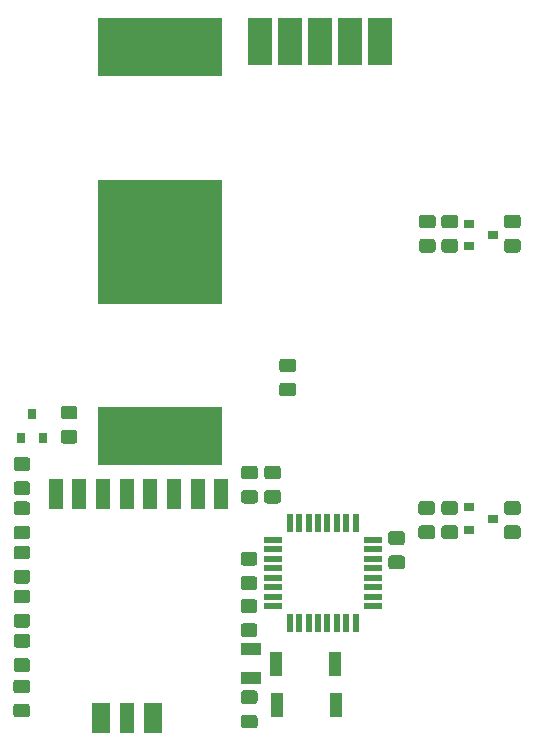
<source format=gtp>
G04 #@! TF.GenerationSoftware,KiCad,Pcbnew,(5.1.5)-3*
G04 #@! TF.CreationDate,2020-04-01T21:27:10+02:00*
G04 #@! TF.ProjectId,RHS_3,5248535f-332e-46b6-9963-61645f706362,rev?*
G04 #@! TF.SameCoordinates,Original*
G04 #@! TF.FileFunction,Paste,Top*
G04 #@! TF.FilePolarity,Positive*
%FSLAX46Y46*%
G04 Gerber Fmt 4.6, Leading zero omitted, Abs format (unit mm)*
G04 Created by KiCad (PCBNEW (5.1.5)-3) date 2020-04-01 21:27:10*
%MOMM*%
%LPD*%
G04 APERTURE LIST*
%ADD10R,10.500000X5.000000*%
%ADD11R,10.500000X10.500000*%
%ADD12C,0.100000*%
%ADD13R,1.600000X0.550000*%
%ADD14R,0.550000X1.600000*%
%ADD15R,1.500000X2.524000*%
%ADD16R,1.200000X2.524000*%
%ADD17R,0.900000X0.800000*%
%ADD18R,0.800000X0.900000*%
%ADD19R,1.000000X2.000000*%
%ADD20R,1.800000X1.000000*%
G04 APERTURE END LIST*
D10*
X72800000Y-105050000D03*
X72800000Y-72050000D03*
D11*
X72800000Y-88550000D03*
D12*
G36*
X61599505Y-106801204D02*
G01*
X61623773Y-106804804D01*
X61647572Y-106810765D01*
X61670671Y-106819030D01*
X61692850Y-106829520D01*
X61713893Y-106842132D01*
X61733599Y-106856747D01*
X61751777Y-106873223D01*
X61768253Y-106891401D01*
X61782868Y-106911107D01*
X61795480Y-106932150D01*
X61805970Y-106954329D01*
X61814235Y-106977428D01*
X61820196Y-107001227D01*
X61823796Y-107025495D01*
X61825000Y-107049999D01*
X61825000Y-107700001D01*
X61823796Y-107724505D01*
X61820196Y-107748773D01*
X61814235Y-107772572D01*
X61805970Y-107795671D01*
X61795480Y-107817850D01*
X61782868Y-107838893D01*
X61768253Y-107858599D01*
X61751777Y-107876777D01*
X61733599Y-107893253D01*
X61713893Y-107907868D01*
X61692850Y-107920480D01*
X61670671Y-107930970D01*
X61647572Y-107939235D01*
X61623773Y-107945196D01*
X61599505Y-107948796D01*
X61575001Y-107950000D01*
X60674999Y-107950000D01*
X60650495Y-107948796D01*
X60626227Y-107945196D01*
X60602428Y-107939235D01*
X60579329Y-107930970D01*
X60557150Y-107920480D01*
X60536107Y-107907868D01*
X60516401Y-107893253D01*
X60498223Y-107876777D01*
X60481747Y-107858599D01*
X60467132Y-107838893D01*
X60454520Y-107817850D01*
X60444030Y-107795671D01*
X60435765Y-107772572D01*
X60429804Y-107748773D01*
X60426204Y-107724505D01*
X60425000Y-107700001D01*
X60425000Y-107049999D01*
X60426204Y-107025495D01*
X60429804Y-107001227D01*
X60435765Y-106977428D01*
X60444030Y-106954329D01*
X60454520Y-106932150D01*
X60467132Y-106911107D01*
X60481747Y-106891401D01*
X60498223Y-106873223D01*
X60516401Y-106856747D01*
X60536107Y-106842132D01*
X60557150Y-106829520D01*
X60579329Y-106819030D01*
X60602428Y-106810765D01*
X60626227Y-106804804D01*
X60650495Y-106801204D01*
X60674999Y-106800000D01*
X61575001Y-106800000D01*
X61599505Y-106801204D01*
G37*
G36*
X61599505Y-108851204D02*
G01*
X61623773Y-108854804D01*
X61647572Y-108860765D01*
X61670671Y-108869030D01*
X61692850Y-108879520D01*
X61713893Y-108892132D01*
X61733599Y-108906747D01*
X61751777Y-108923223D01*
X61768253Y-108941401D01*
X61782868Y-108961107D01*
X61795480Y-108982150D01*
X61805970Y-109004329D01*
X61814235Y-109027428D01*
X61820196Y-109051227D01*
X61823796Y-109075495D01*
X61825000Y-109099999D01*
X61825000Y-109750001D01*
X61823796Y-109774505D01*
X61820196Y-109798773D01*
X61814235Y-109822572D01*
X61805970Y-109845671D01*
X61795480Y-109867850D01*
X61782868Y-109888893D01*
X61768253Y-109908599D01*
X61751777Y-109926777D01*
X61733599Y-109943253D01*
X61713893Y-109957868D01*
X61692850Y-109970480D01*
X61670671Y-109980970D01*
X61647572Y-109989235D01*
X61623773Y-109995196D01*
X61599505Y-109998796D01*
X61575001Y-110000000D01*
X60674999Y-110000000D01*
X60650495Y-109998796D01*
X60626227Y-109995196D01*
X60602428Y-109989235D01*
X60579329Y-109980970D01*
X60557150Y-109970480D01*
X60536107Y-109957868D01*
X60516401Y-109943253D01*
X60498223Y-109926777D01*
X60481747Y-109908599D01*
X60467132Y-109888893D01*
X60454520Y-109867850D01*
X60444030Y-109845671D01*
X60435765Y-109822572D01*
X60429804Y-109798773D01*
X60426204Y-109774505D01*
X60425000Y-109750001D01*
X60425000Y-109099999D01*
X60426204Y-109075495D01*
X60429804Y-109051227D01*
X60435765Y-109027428D01*
X60444030Y-109004329D01*
X60454520Y-108982150D01*
X60467132Y-108961107D01*
X60481747Y-108941401D01*
X60498223Y-108923223D01*
X60516401Y-108906747D01*
X60536107Y-108892132D01*
X60557150Y-108879520D01*
X60579329Y-108869030D01*
X60602428Y-108860765D01*
X60626227Y-108854804D01*
X60650495Y-108851204D01*
X60674999Y-108850000D01*
X61575001Y-108850000D01*
X61599505Y-108851204D01*
G37*
G36*
X61599505Y-110551204D02*
G01*
X61623773Y-110554804D01*
X61647572Y-110560765D01*
X61670671Y-110569030D01*
X61692850Y-110579520D01*
X61713893Y-110592132D01*
X61733599Y-110606747D01*
X61751777Y-110623223D01*
X61768253Y-110641401D01*
X61782868Y-110661107D01*
X61795480Y-110682150D01*
X61805970Y-110704329D01*
X61814235Y-110727428D01*
X61820196Y-110751227D01*
X61823796Y-110775495D01*
X61825000Y-110799999D01*
X61825000Y-111450001D01*
X61823796Y-111474505D01*
X61820196Y-111498773D01*
X61814235Y-111522572D01*
X61805970Y-111545671D01*
X61795480Y-111567850D01*
X61782868Y-111588893D01*
X61768253Y-111608599D01*
X61751777Y-111626777D01*
X61733599Y-111643253D01*
X61713893Y-111657868D01*
X61692850Y-111670480D01*
X61670671Y-111680970D01*
X61647572Y-111689235D01*
X61623773Y-111695196D01*
X61599505Y-111698796D01*
X61575001Y-111700000D01*
X60674999Y-111700000D01*
X60650495Y-111698796D01*
X60626227Y-111695196D01*
X60602428Y-111689235D01*
X60579329Y-111680970D01*
X60557150Y-111670480D01*
X60536107Y-111657868D01*
X60516401Y-111643253D01*
X60498223Y-111626777D01*
X60481747Y-111608599D01*
X60467132Y-111588893D01*
X60454520Y-111567850D01*
X60444030Y-111545671D01*
X60435765Y-111522572D01*
X60429804Y-111498773D01*
X60426204Y-111474505D01*
X60425000Y-111450001D01*
X60425000Y-110799999D01*
X60426204Y-110775495D01*
X60429804Y-110751227D01*
X60435765Y-110727428D01*
X60444030Y-110704329D01*
X60454520Y-110682150D01*
X60467132Y-110661107D01*
X60481747Y-110641401D01*
X60498223Y-110623223D01*
X60516401Y-110606747D01*
X60536107Y-110592132D01*
X60557150Y-110579520D01*
X60579329Y-110569030D01*
X60602428Y-110560765D01*
X60626227Y-110554804D01*
X60650495Y-110551204D01*
X60674999Y-110550000D01*
X61575001Y-110550000D01*
X61599505Y-110551204D01*
G37*
G36*
X61599505Y-112601204D02*
G01*
X61623773Y-112604804D01*
X61647572Y-112610765D01*
X61670671Y-112619030D01*
X61692850Y-112629520D01*
X61713893Y-112642132D01*
X61733599Y-112656747D01*
X61751777Y-112673223D01*
X61768253Y-112691401D01*
X61782868Y-112711107D01*
X61795480Y-112732150D01*
X61805970Y-112754329D01*
X61814235Y-112777428D01*
X61820196Y-112801227D01*
X61823796Y-112825495D01*
X61825000Y-112849999D01*
X61825000Y-113500001D01*
X61823796Y-113524505D01*
X61820196Y-113548773D01*
X61814235Y-113572572D01*
X61805970Y-113595671D01*
X61795480Y-113617850D01*
X61782868Y-113638893D01*
X61768253Y-113658599D01*
X61751777Y-113676777D01*
X61733599Y-113693253D01*
X61713893Y-113707868D01*
X61692850Y-113720480D01*
X61670671Y-113730970D01*
X61647572Y-113739235D01*
X61623773Y-113745196D01*
X61599505Y-113748796D01*
X61575001Y-113750000D01*
X60674999Y-113750000D01*
X60650495Y-113748796D01*
X60626227Y-113745196D01*
X60602428Y-113739235D01*
X60579329Y-113730970D01*
X60557150Y-113720480D01*
X60536107Y-113707868D01*
X60516401Y-113693253D01*
X60498223Y-113676777D01*
X60481747Y-113658599D01*
X60467132Y-113638893D01*
X60454520Y-113617850D01*
X60444030Y-113595671D01*
X60435765Y-113572572D01*
X60429804Y-113548773D01*
X60426204Y-113524505D01*
X60425000Y-113500001D01*
X60425000Y-112849999D01*
X60426204Y-112825495D01*
X60429804Y-112801227D01*
X60435765Y-112777428D01*
X60444030Y-112754329D01*
X60454520Y-112732150D01*
X60467132Y-112711107D01*
X60481747Y-112691401D01*
X60498223Y-112673223D01*
X60516401Y-112656747D01*
X60536107Y-112642132D01*
X60557150Y-112629520D01*
X60579329Y-112619030D01*
X60602428Y-112610765D01*
X60626227Y-112604804D01*
X60650495Y-112601204D01*
X60674999Y-112600000D01*
X61575001Y-112600000D01*
X61599505Y-112601204D01*
G37*
D13*
X82350000Y-113800000D03*
X82350000Y-114600000D03*
X82350000Y-115400000D03*
X82350000Y-116200000D03*
X82350000Y-117000000D03*
X82350000Y-117800000D03*
X82350000Y-118600000D03*
X82350000Y-119400000D03*
D14*
X83800000Y-120850000D03*
X84600000Y-120850000D03*
X85400000Y-120850000D03*
X86200000Y-120850000D03*
X87000000Y-120850000D03*
X87800000Y-120850000D03*
X88600000Y-120850000D03*
X89400000Y-120850000D03*
D13*
X90850000Y-119400000D03*
X90850000Y-118600000D03*
X90850000Y-117800000D03*
X90850000Y-117000000D03*
X90850000Y-116200000D03*
X90850000Y-115400000D03*
X90850000Y-114600000D03*
X90850000Y-113800000D03*
D14*
X89400000Y-112350000D03*
X88600000Y-112350000D03*
X87800000Y-112350000D03*
X87000000Y-112350000D03*
X86200000Y-112350000D03*
X85400000Y-112350000D03*
X84600000Y-112350000D03*
X83800000Y-112350000D03*
D15*
X67800000Y-128900000D03*
X72200000Y-128900000D03*
D16*
X70000000Y-128900000D03*
X64000000Y-109900000D03*
X66000000Y-109900000D03*
X68000000Y-109900000D03*
X70000000Y-109900000D03*
X72000000Y-109900000D03*
X74000000Y-109900000D03*
X76000000Y-109900000D03*
X78000000Y-109900000D03*
D12*
G36*
X93324505Y-113076204D02*
G01*
X93348773Y-113079804D01*
X93372572Y-113085765D01*
X93395671Y-113094030D01*
X93417850Y-113104520D01*
X93438893Y-113117132D01*
X93458599Y-113131747D01*
X93476777Y-113148223D01*
X93493253Y-113166401D01*
X93507868Y-113186107D01*
X93520480Y-113207150D01*
X93530970Y-113229329D01*
X93539235Y-113252428D01*
X93545196Y-113276227D01*
X93548796Y-113300495D01*
X93550000Y-113324999D01*
X93550000Y-113975001D01*
X93548796Y-113999505D01*
X93545196Y-114023773D01*
X93539235Y-114047572D01*
X93530970Y-114070671D01*
X93520480Y-114092850D01*
X93507868Y-114113893D01*
X93493253Y-114133599D01*
X93476777Y-114151777D01*
X93458599Y-114168253D01*
X93438893Y-114182868D01*
X93417850Y-114195480D01*
X93395671Y-114205970D01*
X93372572Y-114214235D01*
X93348773Y-114220196D01*
X93324505Y-114223796D01*
X93300001Y-114225000D01*
X92399999Y-114225000D01*
X92375495Y-114223796D01*
X92351227Y-114220196D01*
X92327428Y-114214235D01*
X92304329Y-114205970D01*
X92282150Y-114195480D01*
X92261107Y-114182868D01*
X92241401Y-114168253D01*
X92223223Y-114151777D01*
X92206747Y-114133599D01*
X92192132Y-114113893D01*
X92179520Y-114092850D01*
X92169030Y-114070671D01*
X92160765Y-114047572D01*
X92154804Y-114023773D01*
X92151204Y-113999505D01*
X92150000Y-113975001D01*
X92150000Y-113324999D01*
X92151204Y-113300495D01*
X92154804Y-113276227D01*
X92160765Y-113252428D01*
X92169030Y-113229329D01*
X92179520Y-113207150D01*
X92192132Y-113186107D01*
X92206747Y-113166401D01*
X92223223Y-113148223D01*
X92241401Y-113131747D01*
X92261107Y-113117132D01*
X92282150Y-113104520D01*
X92304329Y-113094030D01*
X92327428Y-113085765D01*
X92351227Y-113079804D01*
X92375495Y-113076204D01*
X92399999Y-113075000D01*
X93300001Y-113075000D01*
X93324505Y-113076204D01*
G37*
G36*
X93324505Y-115126204D02*
G01*
X93348773Y-115129804D01*
X93372572Y-115135765D01*
X93395671Y-115144030D01*
X93417850Y-115154520D01*
X93438893Y-115167132D01*
X93458599Y-115181747D01*
X93476777Y-115198223D01*
X93493253Y-115216401D01*
X93507868Y-115236107D01*
X93520480Y-115257150D01*
X93530970Y-115279329D01*
X93539235Y-115302428D01*
X93545196Y-115326227D01*
X93548796Y-115350495D01*
X93550000Y-115374999D01*
X93550000Y-116025001D01*
X93548796Y-116049505D01*
X93545196Y-116073773D01*
X93539235Y-116097572D01*
X93530970Y-116120671D01*
X93520480Y-116142850D01*
X93507868Y-116163893D01*
X93493253Y-116183599D01*
X93476777Y-116201777D01*
X93458599Y-116218253D01*
X93438893Y-116232868D01*
X93417850Y-116245480D01*
X93395671Y-116255970D01*
X93372572Y-116264235D01*
X93348773Y-116270196D01*
X93324505Y-116273796D01*
X93300001Y-116275000D01*
X92399999Y-116275000D01*
X92375495Y-116273796D01*
X92351227Y-116270196D01*
X92327428Y-116264235D01*
X92304329Y-116255970D01*
X92282150Y-116245480D01*
X92261107Y-116232868D01*
X92241401Y-116218253D01*
X92223223Y-116201777D01*
X92206747Y-116183599D01*
X92192132Y-116163893D01*
X92179520Y-116142850D01*
X92169030Y-116120671D01*
X92160765Y-116097572D01*
X92154804Y-116073773D01*
X92151204Y-116049505D01*
X92150000Y-116025001D01*
X92150000Y-115374999D01*
X92151204Y-115350495D01*
X92154804Y-115326227D01*
X92160765Y-115302428D01*
X92169030Y-115279329D01*
X92179520Y-115257150D01*
X92192132Y-115236107D01*
X92206747Y-115216401D01*
X92223223Y-115198223D01*
X92241401Y-115181747D01*
X92261107Y-115167132D01*
X92282150Y-115154520D01*
X92304329Y-115144030D01*
X92327428Y-115135765D01*
X92351227Y-115129804D01*
X92375495Y-115126204D01*
X92399999Y-115125000D01*
X93300001Y-115125000D01*
X93324505Y-115126204D01*
G37*
G36*
X80824505Y-114826204D02*
G01*
X80848773Y-114829804D01*
X80872572Y-114835765D01*
X80895671Y-114844030D01*
X80917850Y-114854520D01*
X80938893Y-114867132D01*
X80958599Y-114881747D01*
X80976777Y-114898223D01*
X80993253Y-114916401D01*
X81007868Y-114936107D01*
X81020480Y-114957150D01*
X81030970Y-114979329D01*
X81039235Y-115002428D01*
X81045196Y-115026227D01*
X81048796Y-115050495D01*
X81050000Y-115074999D01*
X81050000Y-115725001D01*
X81048796Y-115749505D01*
X81045196Y-115773773D01*
X81039235Y-115797572D01*
X81030970Y-115820671D01*
X81020480Y-115842850D01*
X81007868Y-115863893D01*
X80993253Y-115883599D01*
X80976777Y-115901777D01*
X80958599Y-115918253D01*
X80938893Y-115932868D01*
X80917850Y-115945480D01*
X80895671Y-115955970D01*
X80872572Y-115964235D01*
X80848773Y-115970196D01*
X80824505Y-115973796D01*
X80800001Y-115975000D01*
X79899999Y-115975000D01*
X79875495Y-115973796D01*
X79851227Y-115970196D01*
X79827428Y-115964235D01*
X79804329Y-115955970D01*
X79782150Y-115945480D01*
X79761107Y-115932868D01*
X79741401Y-115918253D01*
X79723223Y-115901777D01*
X79706747Y-115883599D01*
X79692132Y-115863893D01*
X79679520Y-115842850D01*
X79669030Y-115820671D01*
X79660765Y-115797572D01*
X79654804Y-115773773D01*
X79651204Y-115749505D01*
X79650000Y-115725001D01*
X79650000Y-115074999D01*
X79651204Y-115050495D01*
X79654804Y-115026227D01*
X79660765Y-115002428D01*
X79669030Y-114979329D01*
X79679520Y-114957150D01*
X79692132Y-114936107D01*
X79706747Y-114916401D01*
X79723223Y-114898223D01*
X79741401Y-114881747D01*
X79761107Y-114867132D01*
X79782150Y-114854520D01*
X79804329Y-114844030D01*
X79827428Y-114835765D01*
X79851227Y-114829804D01*
X79875495Y-114826204D01*
X79899999Y-114825000D01*
X80800001Y-114825000D01*
X80824505Y-114826204D01*
G37*
G36*
X80824505Y-116876204D02*
G01*
X80848773Y-116879804D01*
X80872572Y-116885765D01*
X80895671Y-116894030D01*
X80917850Y-116904520D01*
X80938893Y-116917132D01*
X80958599Y-116931747D01*
X80976777Y-116948223D01*
X80993253Y-116966401D01*
X81007868Y-116986107D01*
X81020480Y-117007150D01*
X81030970Y-117029329D01*
X81039235Y-117052428D01*
X81045196Y-117076227D01*
X81048796Y-117100495D01*
X81050000Y-117124999D01*
X81050000Y-117775001D01*
X81048796Y-117799505D01*
X81045196Y-117823773D01*
X81039235Y-117847572D01*
X81030970Y-117870671D01*
X81020480Y-117892850D01*
X81007868Y-117913893D01*
X80993253Y-117933599D01*
X80976777Y-117951777D01*
X80958599Y-117968253D01*
X80938893Y-117982868D01*
X80917850Y-117995480D01*
X80895671Y-118005970D01*
X80872572Y-118014235D01*
X80848773Y-118020196D01*
X80824505Y-118023796D01*
X80800001Y-118025000D01*
X79899999Y-118025000D01*
X79875495Y-118023796D01*
X79851227Y-118020196D01*
X79827428Y-118014235D01*
X79804329Y-118005970D01*
X79782150Y-117995480D01*
X79761107Y-117982868D01*
X79741401Y-117968253D01*
X79723223Y-117951777D01*
X79706747Y-117933599D01*
X79692132Y-117913893D01*
X79679520Y-117892850D01*
X79669030Y-117870671D01*
X79660765Y-117847572D01*
X79654804Y-117823773D01*
X79651204Y-117799505D01*
X79650000Y-117775001D01*
X79650000Y-117124999D01*
X79651204Y-117100495D01*
X79654804Y-117076227D01*
X79660765Y-117052428D01*
X79669030Y-117029329D01*
X79679520Y-117007150D01*
X79692132Y-116986107D01*
X79706747Y-116966401D01*
X79723223Y-116948223D01*
X79741401Y-116931747D01*
X79761107Y-116917132D01*
X79782150Y-116904520D01*
X79804329Y-116894030D01*
X79827428Y-116885765D01*
X79851227Y-116879804D01*
X79875495Y-116876204D01*
X79899999Y-116875000D01*
X80800001Y-116875000D01*
X80824505Y-116876204D01*
G37*
G36*
X80874505Y-107526204D02*
G01*
X80898773Y-107529804D01*
X80922572Y-107535765D01*
X80945671Y-107544030D01*
X80967850Y-107554520D01*
X80988893Y-107567132D01*
X81008599Y-107581747D01*
X81026777Y-107598223D01*
X81043253Y-107616401D01*
X81057868Y-107636107D01*
X81070480Y-107657150D01*
X81080970Y-107679329D01*
X81089235Y-107702428D01*
X81095196Y-107726227D01*
X81098796Y-107750495D01*
X81100000Y-107774999D01*
X81100000Y-108425001D01*
X81098796Y-108449505D01*
X81095196Y-108473773D01*
X81089235Y-108497572D01*
X81080970Y-108520671D01*
X81070480Y-108542850D01*
X81057868Y-108563893D01*
X81043253Y-108583599D01*
X81026777Y-108601777D01*
X81008599Y-108618253D01*
X80988893Y-108632868D01*
X80967850Y-108645480D01*
X80945671Y-108655970D01*
X80922572Y-108664235D01*
X80898773Y-108670196D01*
X80874505Y-108673796D01*
X80850001Y-108675000D01*
X79949999Y-108675000D01*
X79925495Y-108673796D01*
X79901227Y-108670196D01*
X79877428Y-108664235D01*
X79854329Y-108655970D01*
X79832150Y-108645480D01*
X79811107Y-108632868D01*
X79791401Y-108618253D01*
X79773223Y-108601777D01*
X79756747Y-108583599D01*
X79742132Y-108563893D01*
X79729520Y-108542850D01*
X79719030Y-108520671D01*
X79710765Y-108497572D01*
X79704804Y-108473773D01*
X79701204Y-108449505D01*
X79700000Y-108425001D01*
X79700000Y-107774999D01*
X79701204Y-107750495D01*
X79704804Y-107726227D01*
X79710765Y-107702428D01*
X79719030Y-107679329D01*
X79729520Y-107657150D01*
X79742132Y-107636107D01*
X79756747Y-107616401D01*
X79773223Y-107598223D01*
X79791401Y-107581747D01*
X79811107Y-107567132D01*
X79832150Y-107554520D01*
X79854329Y-107544030D01*
X79877428Y-107535765D01*
X79901227Y-107529804D01*
X79925495Y-107526204D01*
X79949999Y-107525000D01*
X80850001Y-107525000D01*
X80874505Y-107526204D01*
G37*
G36*
X80874505Y-109576204D02*
G01*
X80898773Y-109579804D01*
X80922572Y-109585765D01*
X80945671Y-109594030D01*
X80967850Y-109604520D01*
X80988893Y-109617132D01*
X81008599Y-109631747D01*
X81026777Y-109648223D01*
X81043253Y-109666401D01*
X81057868Y-109686107D01*
X81070480Y-109707150D01*
X81080970Y-109729329D01*
X81089235Y-109752428D01*
X81095196Y-109776227D01*
X81098796Y-109800495D01*
X81100000Y-109824999D01*
X81100000Y-110475001D01*
X81098796Y-110499505D01*
X81095196Y-110523773D01*
X81089235Y-110547572D01*
X81080970Y-110570671D01*
X81070480Y-110592850D01*
X81057868Y-110613893D01*
X81043253Y-110633599D01*
X81026777Y-110651777D01*
X81008599Y-110668253D01*
X80988893Y-110682868D01*
X80967850Y-110695480D01*
X80945671Y-110705970D01*
X80922572Y-110714235D01*
X80898773Y-110720196D01*
X80874505Y-110723796D01*
X80850001Y-110725000D01*
X79949999Y-110725000D01*
X79925495Y-110723796D01*
X79901227Y-110720196D01*
X79877428Y-110714235D01*
X79854329Y-110705970D01*
X79832150Y-110695480D01*
X79811107Y-110682868D01*
X79791401Y-110668253D01*
X79773223Y-110651777D01*
X79756747Y-110633599D01*
X79742132Y-110613893D01*
X79729520Y-110592850D01*
X79719030Y-110570671D01*
X79710765Y-110547572D01*
X79704804Y-110523773D01*
X79701204Y-110499505D01*
X79700000Y-110475001D01*
X79700000Y-109824999D01*
X79701204Y-109800495D01*
X79704804Y-109776227D01*
X79710765Y-109752428D01*
X79719030Y-109729329D01*
X79729520Y-109707150D01*
X79742132Y-109686107D01*
X79756747Y-109666401D01*
X79773223Y-109648223D01*
X79791401Y-109631747D01*
X79811107Y-109617132D01*
X79832150Y-109604520D01*
X79854329Y-109594030D01*
X79877428Y-109585765D01*
X79901227Y-109579804D01*
X79925495Y-109576204D01*
X79949999Y-109575000D01*
X80850001Y-109575000D01*
X80874505Y-109576204D01*
G37*
G36*
X61599505Y-123826204D02*
G01*
X61623773Y-123829804D01*
X61647572Y-123835765D01*
X61670671Y-123844030D01*
X61692850Y-123854520D01*
X61713893Y-123867132D01*
X61733599Y-123881747D01*
X61751777Y-123898223D01*
X61768253Y-123916401D01*
X61782868Y-123936107D01*
X61795480Y-123957150D01*
X61805970Y-123979329D01*
X61814235Y-124002428D01*
X61820196Y-124026227D01*
X61823796Y-124050495D01*
X61825000Y-124074999D01*
X61825000Y-124725001D01*
X61823796Y-124749505D01*
X61820196Y-124773773D01*
X61814235Y-124797572D01*
X61805970Y-124820671D01*
X61795480Y-124842850D01*
X61782868Y-124863893D01*
X61768253Y-124883599D01*
X61751777Y-124901777D01*
X61733599Y-124918253D01*
X61713893Y-124932868D01*
X61692850Y-124945480D01*
X61670671Y-124955970D01*
X61647572Y-124964235D01*
X61623773Y-124970196D01*
X61599505Y-124973796D01*
X61575001Y-124975000D01*
X60674999Y-124975000D01*
X60650495Y-124973796D01*
X60626227Y-124970196D01*
X60602428Y-124964235D01*
X60579329Y-124955970D01*
X60557150Y-124945480D01*
X60536107Y-124932868D01*
X60516401Y-124918253D01*
X60498223Y-124901777D01*
X60481747Y-124883599D01*
X60467132Y-124863893D01*
X60454520Y-124842850D01*
X60444030Y-124820671D01*
X60435765Y-124797572D01*
X60429804Y-124773773D01*
X60426204Y-124749505D01*
X60425000Y-124725001D01*
X60425000Y-124074999D01*
X60426204Y-124050495D01*
X60429804Y-124026227D01*
X60435765Y-124002428D01*
X60444030Y-123979329D01*
X60454520Y-123957150D01*
X60467132Y-123936107D01*
X60481747Y-123916401D01*
X60498223Y-123898223D01*
X60516401Y-123881747D01*
X60536107Y-123867132D01*
X60557150Y-123854520D01*
X60579329Y-123844030D01*
X60602428Y-123835765D01*
X60626227Y-123829804D01*
X60650495Y-123826204D01*
X60674999Y-123825000D01*
X61575001Y-123825000D01*
X61599505Y-123826204D01*
G37*
G36*
X61599505Y-121776204D02*
G01*
X61623773Y-121779804D01*
X61647572Y-121785765D01*
X61670671Y-121794030D01*
X61692850Y-121804520D01*
X61713893Y-121817132D01*
X61733599Y-121831747D01*
X61751777Y-121848223D01*
X61768253Y-121866401D01*
X61782868Y-121886107D01*
X61795480Y-121907150D01*
X61805970Y-121929329D01*
X61814235Y-121952428D01*
X61820196Y-121976227D01*
X61823796Y-122000495D01*
X61825000Y-122024999D01*
X61825000Y-122675001D01*
X61823796Y-122699505D01*
X61820196Y-122723773D01*
X61814235Y-122747572D01*
X61805970Y-122770671D01*
X61795480Y-122792850D01*
X61782868Y-122813893D01*
X61768253Y-122833599D01*
X61751777Y-122851777D01*
X61733599Y-122868253D01*
X61713893Y-122882868D01*
X61692850Y-122895480D01*
X61670671Y-122905970D01*
X61647572Y-122914235D01*
X61623773Y-122920196D01*
X61599505Y-122923796D01*
X61575001Y-122925000D01*
X60674999Y-122925000D01*
X60650495Y-122923796D01*
X60626227Y-122920196D01*
X60602428Y-122914235D01*
X60579329Y-122905970D01*
X60557150Y-122895480D01*
X60536107Y-122882868D01*
X60516401Y-122868253D01*
X60498223Y-122851777D01*
X60481747Y-122833599D01*
X60467132Y-122813893D01*
X60454520Y-122792850D01*
X60444030Y-122770671D01*
X60435765Y-122747572D01*
X60429804Y-122723773D01*
X60426204Y-122699505D01*
X60425000Y-122675001D01*
X60425000Y-122024999D01*
X60426204Y-122000495D01*
X60429804Y-121976227D01*
X60435765Y-121952428D01*
X60444030Y-121929329D01*
X60454520Y-121907150D01*
X60467132Y-121886107D01*
X60481747Y-121866401D01*
X60498223Y-121848223D01*
X60516401Y-121831747D01*
X60536107Y-121817132D01*
X60557150Y-121804520D01*
X60579329Y-121794030D01*
X60602428Y-121785765D01*
X60626227Y-121779804D01*
X60650495Y-121776204D01*
X60674999Y-121775000D01*
X61575001Y-121775000D01*
X61599505Y-121776204D01*
G37*
G36*
X61574505Y-127676204D02*
G01*
X61598773Y-127679804D01*
X61622572Y-127685765D01*
X61645671Y-127694030D01*
X61667850Y-127704520D01*
X61688893Y-127717132D01*
X61708599Y-127731747D01*
X61726777Y-127748223D01*
X61743253Y-127766401D01*
X61757868Y-127786107D01*
X61770480Y-127807150D01*
X61780970Y-127829329D01*
X61789235Y-127852428D01*
X61795196Y-127876227D01*
X61798796Y-127900495D01*
X61800000Y-127924999D01*
X61800000Y-128575001D01*
X61798796Y-128599505D01*
X61795196Y-128623773D01*
X61789235Y-128647572D01*
X61780970Y-128670671D01*
X61770480Y-128692850D01*
X61757868Y-128713893D01*
X61743253Y-128733599D01*
X61726777Y-128751777D01*
X61708599Y-128768253D01*
X61688893Y-128782868D01*
X61667850Y-128795480D01*
X61645671Y-128805970D01*
X61622572Y-128814235D01*
X61598773Y-128820196D01*
X61574505Y-128823796D01*
X61550001Y-128825000D01*
X60649999Y-128825000D01*
X60625495Y-128823796D01*
X60601227Y-128820196D01*
X60577428Y-128814235D01*
X60554329Y-128805970D01*
X60532150Y-128795480D01*
X60511107Y-128782868D01*
X60491401Y-128768253D01*
X60473223Y-128751777D01*
X60456747Y-128733599D01*
X60442132Y-128713893D01*
X60429520Y-128692850D01*
X60419030Y-128670671D01*
X60410765Y-128647572D01*
X60404804Y-128623773D01*
X60401204Y-128599505D01*
X60400000Y-128575001D01*
X60400000Y-127924999D01*
X60401204Y-127900495D01*
X60404804Y-127876227D01*
X60410765Y-127852428D01*
X60419030Y-127829329D01*
X60429520Y-127807150D01*
X60442132Y-127786107D01*
X60456747Y-127766401D01*
X60473223Y-127748223D01*
X60491401Y-127731747D01*
X60511107Y-127717132D01*
X60532150Y-127704520D01*
X60554329Y-127694030D01*
X60577428Y-127685765D01*
X60601227Y-127679804D01*
X60625495Y-127676204D01*
X60649999Y-127675000D01*
X61550001Y-127675000D01*
X61574505Y-127676204D01*
G37*
G36*
X61574505Y-125626204D02*
G01*
X61598773Y-125629804D01*
X61622572Y-125635765D01*
X61645671Y-125644030D01*
X61667850Y-125654520D01*
X61688893Y-125667132D01*
X61708599Y-125681747D01*
X61726777Y-125698223D01*
X61743253Y-125716401D01*
X61757868Y-125736107D01*
X61770480Y-125757150D01*
X61780970Y-125779329D01*
X61789235Y-125802428D01*
X61795196Y-125826227D01*
X61798796Y-125850495D01*
X61800000Y-125874999D01*
X61800000Y-126525001D01*
X61798796Y-126549505D01*
X61795196Y-126573773D01*
X61789235Y-126597572D01*
X61780970Y-126620671D01*
X61770480Y-126642850D01*
X61757868Y-126663893D01*
X61743253Y-126683599D01*
X61726777Y-126701777D01*
X61708599Y-126718253D01*
X61688893Y-126732868D01*
X61667850Y-126745480D01*
X61645671Y-126755970D01*
X61622572Y-126764235D01*
X61598773Y-126770196D01*
X61574505Y-126773796D01*
X61550001Y-126775000D01*
X60649999Y-126775000D01*
X60625495Y-126773796D01*
X60601227Y-126770196D01*
X60577428Y-126764235D01*
X60554329Y-126755970D01*
X60532150Y-126745480D01*
X60511107Y-126732868D01*
X60491401Y-126718253D01*
X60473223Y-126701777D01*
X60456747Y-126683599D01*
X60442132Y-126663893D01*
X60429520Y-126642850D01*
X60419030Y-126620671D01*
X60410765Y-126597572D01*
X60404804Y-126573773D01*
X60401204Y-126549505D01*
X60400000Y-126525001D01*
X60400000Y-125874999D01*
X60401204Y-125850495D01*
X60404804Y-125826227D01*
X60410765Y-125802428D01*
X60419030Y-125779329D01*
X60429520Y-125757150D01*
X60442132Y-125736107D01*
X60456747Y-125716401D01*
X60473223Y-125698223D01*
X60491401Y-125681747D01*
X60511107Y-125667132D01*
X60532150Y-125654520D01*
X60554329Y-125644030D01*
X60577428Y-125635765D01*
X60601227Y-125629804D01*
X60625495Y-125626204D01*
X60649999Y-125625000D01*
X61550001Y-125625000D01*
X61574505Y-125626204D01*
G37*
G36*
X92470000Y-69600000D02*
G01*
X92470000Y-73600000D01*
X90470000Y-73600000D01*
X90470000Y-69600000D01*
X92470000Y-69600000D01*
G37*
G36*
X89930000Y-69600000D02*
G01*
X89930000Y-73600000D01*
X87930000Y-73600000D01*
X87930000Y-69600000D01*
X89930000Y-69600000D01*
G37*
G36*
X87390000Y-69600000D02*
G01*
X87390000Y-73600000D01*
X85390000Y-73600000D01*
X85390000Y-69600000D01*
X87390000Y-69600000D01*
G37*
G36*
X84850000Y-69600000D02*
G01*
X84850000Y-73600000D01*
X82850000Y-73600000D01*
X82850000Y-69600000D01*
X84850000Y-69600000D01*
G37*
G36*
X82310000Y-69600000D02*
G01*
X82310000Y-73600000D01*
X80310000Y-73600000D01*
X80310000Y-69600000D01*
X82310000Y-69600000D01*
G37*
G36*
X82824505Y-107526204D02*
G01*
X82848773Y-107529804D01*
X82872572Y-107535765D01*
X82895671Y-107544030D01*
X82917850Y-107554520D01*
X82938893Y-107567132D01*
X82958599Y-107581747D01*
X82976777Y-107598223D01*
X82993253Y-107616401D01*
X83007868Y-107636107D01*
X83020480Y-107657150D01*
X83030970Y-107679329D01*
X83039235Y-107702428D01*
X83045196Y-107726227D01*
X83048796Y-107750495D01*
X83050000Y-107774999D01*
X83050000Y-108425001D01*
X83048796Y-108449505D01*
X83045196Y-108473773D01*
X83039235Y-108497572D01*
X83030970Y-108520671D01*
X83020480Y-108542850D01*
X83007868Y-108563893D01*
X82993253Y-108583599D01*
X82976777Y-108601777D01*
X82958599Y-108618253D01*
X82938893Y-108632868D01*
X82917850Y-108645480D01*
X82895671Y-108655970D01*
X82872572Y-108664235D01*
X82848773Y-108670196D01*
X82824505Y-108673796D01*
X82800001Y-108675000D01*
X81899999Y-108675000D01*
X81875495Y-108673796D01*
X81851227Y-108670196D01*
X81827428Y-108664235D01*
X81804329Y-108655970D01*
X81782150Y-108645480D01*
X81761107Y-108632868D01*
X81741401Y-108618253D01*
X81723223Y-108601777D01*
X81706747Y-108583599D01*
X81692132Y-108563893D01*
X81679520Y-108542850D01*
X81669030Y-108520671D01*
X81660765Y-108497572D01*
X81654804Y-108473773D01*
X81651204Y-108449505D01*
X81650000Y-108425001D01*
X81650000Y-107774999D01*
X81651204Y-107750495D01*
X81654804Y-107726227D01*
X81660765Y-107702428D01*
X81669030Y-107679329D01*
X81679520Y-107657150D01*
X81692132Y-107636107D01*
X81706747Y-107616401D01*
X81723223Y-107598223D01*
X81741401Y-107581747D01*
X81761107Y-107567132D01*
X81782150Y-107554520D01*
X81804329Y-107544030D01*
X81827428Y-107535765D01*
X81851227Y-107529804D01*
X81875495Y-107526204D01*
X81899999Y-107525000D01*
X82800001Y-107525000D01*
X82824505Y-107526204D01*
G37*
G36*
X82824505Y-109576204D02*
G01*
X82848773Y-109579804D01*
X82872572Y-109585765D01*
X82895671Y-109594030D01*
X82917850Y-109604520D01*
X82938893Y-109617132D01*
X82958599Y-109631747D01*
X82976777Y-109648223D01*
X82993253Y-109666401D01*
X83007868Y-109686107D01*
X83020480Y-109707150D01*
X83030970Y-109729329D01*
X83039235Y-109752428D01*
X83045196Y-109776227D01*
X83048796Y-109800495D01*
X83050000Y-109824999D01*
X83050000Y-110475001D01*
X83048796Y-110499505D01*
X83045196Y-110523773D01*
X83039235Y-110547572D01*
X83030970Y-110570671D01*
X83020480Y-110592850D01*
X83007868Y-110613893D01*
X82993253Y-110633599D01*
X82976777Y-110651777D01*
X82958599Y-110668253D01*
X82938893Y-110682868D01*
X82917850Y-110695480D01*
X82895671Y-110705970D01*
X82872572Y-110714235D01*
X82848773Y-110720196D01*
X82824505Y-110723796D01*
X82800001Y-110725000D01*
X81899999Y-110725000D01*
X81875495Y-110723796D01*
X81851227Y-110720196D01*
X81827428Y-110714235D01*
X81804329Y-110705970D01*
X81782150Y-110695480D01*
X81761107Y-110682868D01*
X81741401Y-110668253D01*
X81723223Y-110651777D01*
X81706747Y-110633599D01*
X81692132Y-110613893D01*
X81679520Y-110592850D01*
X81669030Y-110570671D01*
X81660765Y-110547572D01*
X81654804Y-110523773D01*
X81651204Y-110499505D01*
X81650000Y-110475001D01*
X81650000Y-109824999D01*
X81651204Y-109800495D01*
X81654804Y-109776227D01*
X81660765Y-109752428D01*
X81669030Y-109729329D01*
X81679520Y-109707150D01*
X81692132Y-109686107D01*
X81706747Y-109666401D01*
X81723223Y-109648223D01*
X81741401Y-109631747D01*
X81761107Y-109617132D01*
X81782150Y-109604520D01*
X81804329Y-109594030D01*
X81827428Y-109585765D01*
X81851227Y-109579804D01*
X81875495Y-109576204D01*
X81899999Y-109575000D01*
X82800001Y-109575000D01*
X82824505Y-109576204D01*
G37*
G36*
X61599505Y-116351204D02*
G01*
X61623773Y-116354804D01*
X61647572Y-116360765D01*
X61670671Y-116369030D01*
X61692850Y-116379520D01*
X61713893Y-116392132D01*
X61733599Y-116406747D01*
X61751777Y-116423223D01*
X61768253Y-116441401D01*
X61782868Y-116461107D01*
X61795480Y-116482150D01*
X61805970Y-116504329D01*
X61814235Y-116527428D01*
X61820196Y-116551227D01*
X61823796Y-116575495D01*
X61825000Y-116599999D01*
X61825000Y-117250001D01*
X61823796Y-117274505D01*
X61820196Y-117298773D01*
X61814235Y-117322572D01*
X61805970Y-117345671D01*
X61795480Y-117367850D01*
X61782868Y-117388893D01*
X61768253Y-117408599D01*
X61751777Y-117426777D01*
X61733599Y-117443253D01*
X61713893Y-117457868D01*
X61692850Y-117470480D01*
X61670671Y-117480970D01*
X61647572Y-117489235D01*
X61623773Y-117495196D01*
X61599505Y-117498796D01*
X61575001Y-117500000D01*
X60674999Y-117500000D01*
X60650495Y-117498796D01*
X60626227Y-117495196D01*
X60602428Y-117489235D01*
X60579329Y-117480970D01*
X60557150Y-117470480D01*
X60536107Y-117457868D01*
X60516401Y-117443253D01*
X60498223Y-117426777D01*
X60481747Y-117408599D01*
X60467132Y-117388893D01*
X60454520Y-117367850D01*
X60444030Y-117345671D01*
X60435765Y-117322572D01*
X60429804Y-117298773D01*
X60426204Y-117274505D01*
X60425000Y-117250001D01*
X60425000Y-116599999D01*
X60426204Y-116575495D01*
X60429804Y-116551227D01*
X60435765Y-116527428D01*
X60444030Y-116504329D01*
X60454520Y-116482150D01*
X60467132Y-116461107D01*
X60481747Y-116441401D01*
X60498223Y-116423223D01*
X60516401Y-116406747D01*
X60536107Y-116392132D01*
X60557150Y-116379520D01*
X60579329Y-116369030D01*
X60602428Y-116360765D01*
X60626227Y-116354804D01*
X60650495Y-116351204D01*
X60674999Y-116350000D01*
X61575001Y-116350000D01*
X61599505Y-116351204D01*
G37*
G36*
X61599505Y-114301204D02*
G01*
X61623773Y-114304804D01*
X61647572Y-114310765D01*
X61670671Y-114319030D01*
X61692850Y-114329520D01*
X61713893Y-114342132D01*
X61733599Y-114356747D01*
X61751777Y-114373223D01*
X61768253Y-114391401D01*
X61782868Y-114411107D01*
X61795480Y-114432150D01*
X61805970Y-114454329D01*
X61814235Y-114477428D01*
X61820196Y-114501227D01*
X61823796Y-114525495D01*
X61825000Y-114549999D01*
X61825000Y-115200001D01*
X61823796Y-115224505D01*
X61820196Y-115248773D01*
X61814235Y-115272572D01*
X61805970Y-115295671D01*
X61795480Y-115317850D01*
X61782868Y-115338893D01*
X61768253Y-115358599D01*
X61751777Y-115376777D01*
X61733599Y-115393253D01*
X61713893Y-115407868D01*
X61692850Y-115420480D01*
X61670671Y-115430970D01*
X61647572Y-115439235D01*
X61623773Y-115445196D01*
X61599505Y-115448796D01*
X61575001Y-115450000D01*
X60674999Y-115450000D01*
X60650495Y-115448796D01*
X60626227Y-115445196D01*
X60602428Y-115439235D01*
X60579329Y-115430970D01*
X60557150Y-115420480D01*
X60536107Y-115407868D01*
X60516401Y-115393253D01*
X60498223Y-115376777D01*
X60481747Y-115358599D01*
X60467132Y-115338893D01*
X60454520Y-115317850D01*
X60444030Y-115295671D01*
X60435765Y-115272572D01*
X60429804Y-115248773D01*
X60426204Y-115224505D01*
X60425000Y-115200001D01*
X60425000Y-114549999D01*
X60426204Y-114525495D01*
X60429804Y-114501227D01*
X60435765Y-114477428D01*
X60444030Y-114454329D01*
X60454520Y-114432150D01*
X60467132Y-114411107D01*
X60481747Y-114391401D01*
X60498223Y-114373223D01*
X60516401Y-114356747D01*
X60536107Y-114342132D01*
X60557150Y-114329520D01*
X60579329Y-114319030D01*
X60602428Y-114310765D01*
X60626227Y-114304804D01*
X60650495Y-114301204D01*
X60674999Y-114300000D01*
X61575001Y-114300000D01*
X61599505Y-114301204D01*
G37*
G36*
X61599505Y-118026204D02*
G01*
X61623773Y-118029804D01*
X61647572Y-118035765D01*
X61670671Y-118044030D01*
X61692850Y-118054520D01*
X61713893Y-118067132D01*
X61733599Y-118081747D01*
X61751777Y-118098223D01*
X61768253Y-118116401D01*
X61782868Y-118136107D01*
X61795480Y-118157150D01*
X61805970Y-118179329D01*
X61814235Y-118202428D01*
X61820196Y-118226227D01*
X61823796Y-118250495D01*
X61825000Y-118274999D01*
X61825000Y-118925001D01*
X61823796Y-118949505D01*
X61820196Y-118973773D01*
X61814235Y-118997572D01*
X61805970Y-119020671D01*
X61795480Y-119042850D01*
X61782868Y-119063893D01*
X61768253Y-119083599D01*
X61751777Y-119101777D01*
X61733599Y-119118253D01*
X61713893Y-119132868D01*
X61692850Y-119145480D01*
X61670671Y-119155970D01*
X61647572Y-119164235D01*
X61623773Y-119170196D01*
X61599505Y-119173796D01*
X61575001Y-119175000D01*
X60674999Y-119175000D01*
X60650495Y-119173796D01*
X60626227Y-119170196D01*
X60602428Y-119164235D01*
X60579329Y-119155970D01*
X60557150Y-119145480D01*
X60536107Y-119132868D01*
X60516401Y-119118253D01*
X60498223Y-119101777D01*
X60481747Y-119083599D01*
X60467132Y-119063893D01*
X60454520Y-119042850D01*
X60444030Y-119020671D01*
X60435765Y-118997572D01*
X60429804Y-118973773D01*
X60426204Y-118949505D01*
X60425000Y-118925001D01*
X60425000Y-118274999D01*
X60426204Y-118250495D01*
X60429804Y-118226227D01*
X60435765Y-118202428D01*
X60444030Y-118179329D01*
X60454520Y-118157150D01*
X60467132Y-118136107D01*
X60481747Y-118116401D01*
X60498223Y-118098223D01*
X60516401Y-118081747D01*
X60536107Y-118067132D01*
X60557150Y-118054520D01*
X60579329Y-118044030D01*
X60602428Y-118035765D01*
X60626227Y-118029804D01*
X60650495Y-118026204D01*
X60674999Y-118025000D01*
X61575001Y-118025000D01*
X61599505Y-118026204D01*
G37*
G36*
X61599505Y-120076204D02*
G01*
X61623773Y-120079804D01*
X61647572Y-120085765D01*
X61670671Y-120094030D01*
X61692850Y-120104520D01*
X61713893Y-120117132D01*
X61733599Y-120131747D01*
X61751777Y-120148223D01*
X61768253Y-120166401D01*
X61782868Y-120186107D01*
X61795480Y-120207150D01*
X61805970Y-120229329D01*
X61814235Y-120252428D01*
X61820196Y-120276227D01*
X61823796Y-120300495D01*
X61825000Y-120324999D01*
X61825000Y-120975001D01*
X61823796Y-120999505D01*
X61820196Y-121023773D01*
X61814235Y-121047572D01*
X61805970Y-121070671D01*
X61795480Y-121092850D01*
X61782868Y-121113893D01*
X61768253Y-121133599D01*
X61751777Y-121151777D01*
X61733599Y-121168253D01*
X61713893Y-121182868D01*
X61692850Y-121195480D01*
X61670671Y-121205970D01*
X61647572Y-121214235D01*
X61623773Y-121220196D01*
X61599505Y-121223796D01*
X61575001Y-121225000D01*
X60674999Y-121225000D01*
X60650495Y-121223796D01*
X60626227Y-121220196D01*
X60602428Y-121214235D01*
X60579329Y-121205970D01*
X60557150Y-121195480D01*
X60536107Y-121182868D01*
X60516401Y-121168253D01*
X60498223Y-121151777D01*
X60481747Y-121133599D01*
X60467132Y-121113893D01*
X60454520Y-121092850D01*
X60444030Y-121070671D01*
X60435765Y-121047572D01*
X60429804Y-121023773D01*
X60426204Y-120999505D01*
X60425000Y-120975001D01*
X60425000Y-120324999D01*
X60426204Y-120300495D01*
X60429804Y-120276227D01*
X60435765Y-120252428D01*
X60444030Y-120229329D01*
X60454520Y-120207150D01*
X60467132Y-120186107D01*
X60481747Y-120166401D01*
X60498223Y-120148223D01*
X60516401Y-120131747D01*
X60536107Y-120117132D01*
X60557150Y-120104520D01*
X60579329Y-120094030D01*
X60602428Y-120085765D01*
X60626227Y-120079804D01*
X60650495Y-120076204D01*
X60674999Y-120075000D01*
X61575001Y-120075000D01*
X61599505Y-120076204D01*
G37*
G36*
X97824505Y-88326204D02*
G01*
X97848773Y-88329804D01*
X97872572Y-88335765D01*
X97895671Y-88344030D01*
X97917850Y-88354520D01*
X97938893Y-88367132D01*
X97958599Y-88381747D01*
X97976777Y-88398223D01*
X97993253Y-88416401D01*
X98007868Y-88436107D01*
X98020480Y-88457150D01*
X98030970Y-88479329D01*
X98039235Y-88502428D01*
X98045196Y-88526227D01*
X98048796Y-88550495D01*
X98050000Y-88574999D01*
X98050000Y-89225001D01*
X98048796Y-89249505D01*
X98045196Y-89273773D01*
X98039235Y-89297572D01*
X98030970Y-89320671D01*
X98020480Y-89342850D01*
X98007868Y-89363893D01*
X97993253Y-89383599D01*
X97976777Y-89401777D01*
X97958599Y-89418253D01*
X97938893Y-89432868D01*
X97917850Y-89445480D01*
X97895671Y-89455970D01*
X97872572Y-89464235D01*
X97848773Y-89470196D01*
X97824505Y-89473796D01*
X97800001Y-89475000D01*
X96899999Y-89475000D01*
X96875495Y-89473796D01*
X96851227Y-89470196D01*
X96827428Y-89464235D01*
X96804329Y-89455970D01*
X96782150Y-89445480D01*
X96761107Y-89432868D01*
X96741401Y-89418253D01*
X96723223Y-89401777D01*
X96706747Y-89383599D01*
X96692132Y-89363893D01*
X96679520Y-89342850D01*
X96669030Y-89320671D01*
X96660765Y-89297572D01*
X96654804Y-89273773D01*
X96651204Y-89249505D01*
X96650000Y-89225001D01*
X96650000Y-88574999D01*
X96651204Y-88550495D01*
X96654804Y-88526227D01*
X96660765Y-88502428D01*
X96669030Y-88479329D01*
X96679520Y-88457150D01*
X96692132Y-88436107D01*
X96706747Y-88416401D01*
X96723223Y-88398223D01*
X96741401Y-88381747D01*
X96761107Y-88367132D01*
X96782150Y-88354520D01*
X96804329Y-88344030D01*
X96827428Y-88335765D01*
X96851227Y-88329804D01*
X96875495Y-88326204D01*
X96899999Y-88325000D01*
X97800001Y-88325000D01*
X97824505Y-88326204D01*
G37*
G36*
X97824505Y-86276204D02*
G01*
X97848773Y-86279804D01*
X97872572Y-86285765D01*
X97895671Y-86294030D01*
X97917850Y-86304520D01*
X97938893Y-86317132D01*
X97958599Y-86331747D01*
X97976777Y-86348223D01*
X97993253Y-86366401D01*
X98007868Y-86386107D01*
X98020480Y-86407150D01*
X98030970Y-86429329D01*
X98039235Y-86452428D01*
X98045196Y-86476227D01*
X98048796Y-86500495D01*
X98050000Y-86524999D01*
X98050000Y-87175001D01*
X98048796Y-87199505D01*
X98045196Y-87223773D01*
X98039235Y-87247572D01*
X98030970Y-87270671D01*
X98020480Y-87292850D01*
X98007868Y-87313893D01*
X97993253Y-87333599D01*
X97976777Y-87351777D01*
X97958599Y-87368253D01*
X97938893Y-87382868D01*
X97917850Y-87395480D01*
X97895671Y-87405970D01*
X97872572Y-87414235D01*
X97848773Y-87420196D01*
X97824505Y-87423796D01*
X97800001Y-87425000D01*
X96899999Y-87425000D01*
X96875495Y-87423796D01*
X96851227Y-87420196D01*
X96827428Y-87414235D01*
X96804329Y-87405970D01*
X96782150Y-87395480D01*
X96761107Y-87382868D01*
X96741401Y-87368253D01*
X96723223Y-87351777D01*
X96706747Y-87333599D01*
X96692132Y-87313893D01*
X96679520Y-87292850D01*
X96669030Y-87270671D01*
X96660765Y-87247572D01*
X96654804Y-87223773D01*
X96651204Y-87199505D01*
X96650000Y-87175001D01*
X96650000Y-86524999D01*
X96651204Y-86500495D01*
X96654804Y-86476227D01*
X96660765Y-86452428D01*
X96669030Y-86429329D01*
X96679520Y-86407150D01*
X96692132Y-86386107D01*
X96706747Y-86366401D01*
X96723223Y-86348223D01*
X96741401Y-86331747D01*
X96761107Y-86317132D01*
X96782150Y-86304520D01*
X96804329Y-86294030D01*
X96827428Y-86285765D01*
X96851227Y-86279804D01*
X96875495Y-86276204D01*
X96899999Y-86275000D01*
X97800001Y-86275000D01*
X97824505Y-86276204D01*
G37*
G36*
X97824505Y-110526204D02*
G01*
X97848773Y-110529804D01*
X97872572Y-110535765D01*
X97895671Y-110544030D01*
X97917850Y-110554520D01*
X97938893Y-110567132D01*
X97958599Y-110581747D01*
X97976777Y-110598223D01*
X97993253Y-110616401D01*
X98007868Y-110636107D01*
X98020480Y-110657150D01*
X98030970Y-110679329D01*
X98039235Y-110702428D01*
X98045196Y-110726227D01*
X98048796Y-110750495D01*
X98050000Y-110774999D01*
X98050000Y-111425001D01*
X98048796Y-111449505D01*
X98045196Y-111473773D01*
X98039235Y-111497572D01*
X98030970Y-111520671D01*
X98020480Y-111542850D01*
X98007868Y-111563893D01*
X97993253Y-111583599D01*
X97976777Y-111601777D01*
X97958599Y-111618253D01*
X97938893Y-111632868D01*
X97917850Y-111645480D01*
X97895671Y-111655970D01*
X97872572Y-111664235D01*
X97848773Y-111670196D01*
X97824505Y-111673796D01*
X97800001Y-111675000D01*
X96899999Y-111675000D01*
X96875495Y-111673796D01*
X96851227Y-111670196D01*
X96827428Y-111664235D01*
X96804329Y-111655970D01*
X96782150Y-111645480D01*
X96761107Y-111632868D01*
X96741401Y-111618253D01*
X96723223Y-111601777D01*
X96706747Y-111583599D01*
X96692132Y-111563893D01*
X96679520Y-111542850D01*
X96669030Y-111520671D01*
X96660765Y-111497572D01*
X96654804Y-111473773D01*
X96651204Y-111449505D01*
X96650000Y-111425001D01*
X96650000Y-110774999D01*
X96651204Y-110750495D01*
X96654804Y-110726227D01*
X96660765Y-110702428D01*
X96669030Y-110679329D01*
X96679520Y-110657150D01*
X96692132Y-110636107D01*
X96706747Y-110616401D01*
X96723223Y-110598223D01*
X96741401Y-110581747D01*
X96761107Y-110567132D01*
X96782150Y-110554520D01*
X96804329Y-110544030D01*
X96827428Y-110535765D01*
X96851227Y-110529804D01*
X96875495Y-110526204D01*
X96899999Y-110525000D01*
X97800001Y-110525000D01*
X97824505Y-110526204D01*
G37*
G36*
X97824505Y-112576204D02*
G01*
X97848773Y-112579804D01*
X97872572Y-112585765D01*
X97895671Y-112594030D01*
X97917850Y-112604520D01*
X97938893Y-112617132D01*
X97958599Y-112631747D01*
X97976777Y-112648223D01*
X97993253Y-112666401D01*
X98007868Y-112686107D01*
X98020480Y-112707150D01*
X98030970Y-112729329D01*
X98039235Y-112752428D01*
X98045196Y-112776227D01*
X98048796Y-112800495D01*
X98050000Y-112824999D01*
X98050000Y-113475001D01*
X98048796Y-113499505D01*
X98045196Y-113523773D01*
X98039235Y-113547572D01*
X98030970Y-113570671D01*
X98020480Y-113592850D01*
X98007868Y-113613893D01*
X97993253Y-113633599D01*
X97976777Y-113651777D01*
X97958599Y-113668253D01*
X97938893Y-113682868D01*
X97917850Y-113695480D01*
X97895671Y-113705970D01*
X97872572Y-113714235D01*
X97848773Y-113720196D01*
X97824505Y-113723796D01*
X97800001Y-113725000D01*
X96899999Y-113725000D01*
X96875495Y-113723796D01*
X96851227Y-113720196D01*
X96827428Y-113714235D01*
X96804329Y-113705970D01*
X96782150Y-113695480D01*
X96761107Y-113682868D01*
X96741401Y-113668253D01*
X96723223Y-113651777D01*
X96706747Y-113633599D01*
X96692132Y-113613893D01*
X96679520Y-113592850D01*
X96669030Y-113570671D01*
X96660765Y-113547572D01*
X96654804Y-113523773D01*
X96651204Y-113499505D01*
X96650000Y-113475001D01*
X96650000Y-112824999D01*
X96651204Y-112800495D01*
X96654804Y-112776227D01*
X96660765Y-112752428D01*
X96669030Y-112729329D01*
X96679520Y-112707150D01*
X96692132Y-112686107D01*
X96706747Y-112666401D01*
X96723223Y-112648223D01*
X96741401Y-112631747D01*
X96761107Y-112617132D01*
X96782150Y-112604520D01*
X96804329Y-112594030D01*
X96827428Y-112585765D01*
X96851227Y-112579804D01*
X96875495Y-112576204D01*
X96899999Y-112575000D01*
X97800001Y-112575000D01*
X97824505Y-112576204D01*
G37*
D17*
X99000000Y-87050000D03*
X99000000Y-88950000D03*
X101000000Y-88000000D03*
X99000000Y-111050000D03*
X99000000Y-112950000D03*
X101000000Y-112000000D03*
D18*
X61975000Y-103150000D03*
X62925000Y-105150000D03*
X61025000Y-105150000D03*
D12*
G36*
X103124505Y-88326204D02*
G01*
X103148773Y-88329804D01*
X103172572Y-88335765D01*
X103195671Y-88344030D01*
X103217850Y-88354520D01*
X103238893Y-88367132D01*
X103258599Y-88381747D01*
X103276777Y-88398223D01*
X103293253Y-88416401D01*
X103307868Y-88436107D01*
X103320480Y-88457150D01*
X103330970Y-88479329D01*
X103339235Y-88502428D01*
X103345196Y-88526227D01*
X103348796Y-88550495D01*
X103350000Y-88574999D01*
X103350000Y-89225001D01*
X103348796Y-89249505D01*
X103345196Y-89273773D01*
X103339235Y-89297572D01*
X103330970Y-89320671D01*
X103320480Y-89342850D01*
X103307868Y-89363893D01*
X103293253Y-89383599D01*
X103276777Y-89401777D01*
X103258599Y-89418253D01*
X103238893Y-89432868D01*
X103217850Y-89445480D01*
X103195671Y-89455970D01*
X103172572Y-89464235D01*
X103148773Y-89470196D01*
X103124505Y-89473796D01*
X103100001Y-89475000D01*
X102199999Y-89475000D01*
X102175495Y-89473796D01*
X102151227Y-89470196D01*
X102127428Y-89464235D01*
X102104329Y-89455970D01*
X102082150Y-89445480D01*
X102061107Y-89432868D01*
X102041401Y-89418253D01*
X102023223Y-89401777D01*
X102006747Y-89383599D01*
X101992132Y-89363893D01*
X101979520Y-89342850D01*
X101969030Y-89320671D01*
X101960765Y-89297572D01*
X101954804Y-89273773D01*
X101951204Y-89249505D01*
X101950000Y-89225001D01*
X101950000Y-88574999D01*
X101951204Y-88550495D01*
X101954804Y-88526227D01*
X101960765Y-88502428D01*
X101969030Y-88479329D01*
X101979520Y-88457150D01*
X101992132Y-88436107D01*
X102006747Y-88416401D01*
X102023223Y-88398223D01*
X102041401Y-88381747D01*
X102061107Y-88367132D01*
X102082150Y-88354520D01*
X102104329Y-88344030D01*
X102127428Y-88335765D01*
X102151227Y-88329804D01*
X102175495Y-88326204D01*
X102199999Y-88325000D01*
X103100001Y-88325000D01*
X103124505Y-88326204D01*
G37*
G36*
X103124505Y-86276204D02*
G01*
X103148773Y-86279804D01*
X103172572Y-86285765D01*
X103195671Y-86294030D01*
X103217850Y-86304520D01*
X103238893Y-86317132D01*
X103258599Y-86331747D01*
X103276777Y-86348223D01*
X103293253Y-86366401D01*
X103307868Y-86386107D01*
X103320480Y-86407150D01*
X103330970Y-86429329D01*
X103339235Y-86452428D01*
X103345196Y-86476227D01*
X103348796Y-86500495D01*
X103350000Y-86524999D01*
X103350000Y-87175001D01*
X103348796Y-87199505D01*
X103345196Y-87223773D01*
X103339235Y-87247572D01*
X103330970Y-87270671D01*
X103320480Y-87292850D01*
X103307868Y-87313893D01*
X103293253Y-87333599D01*
X103276777Y-87351777D01*
X103258599Y-87368253D01*
X103238893Y-87382868D01*
X103217850Y-87395480D01*
X103195671Y-87405970D01*
X103172572Y-87414235D01*
X103148773Y-87420196D01*
X103124505Y-87423796D01*
X103100001Y-87425000D01*
X102199999Y-87425000D01*
X102175495Y-87423796D01*
X102151227Y-87420196D01*
X102127428Y-87414235D01*
X102104329Y-87405970D01*
X102082150Y-87395480D01*
X102061107Y-87382868D01*
X102041401Y-87368253D01*
X102023223Y-87351777D01*
X102006747Y-87333599D01*
X101992132Y-87313893D01*
X101979520Y-87292850D01*
X101969030Y-87270671D01*
X101960765Y-87247572D01*
X101954804Y-87223773D01*
X101951204Y-87199505D01*
X101950000Y-87175001D01*
X101950000Y-86524999D01*
X101951204Y-86500495D01*
X101954804Y-86476227D01*
X101960765Y-86452428D01*
X101969030Y-86429329D01*
X101979520Y-86407150D01*
X101992132Y-86386107D01*
X102006747Y-86366401D01*
X102023223Y-86348223D01*
X102041401Y-86331747D01*
X102061107Y-86317132D01*
X102082150Y-86304520D01*
X102104329Y-86294030D01*
X102127428Y-86285765D01*
X102151227Y-86279804D01*
X102175495Y-86276204D01*
X102199999Y-86275000D01*
X103100001Y-86275000D01*
X103124505Y-86276204D01*
G37*
G36*
X103124505Y-110526204D02*
G01*
X103148773Y-110529804D01*
X103172572Y-110535765D01*
X103195671Y-110544030D01*
X103217850Y-110554520D01*
X103238893Y-110567132D01*
X103258599Y-110581747D01*
X103276777Y-110598223D01*
X103293253Y-110616401D01*
X103307868Y-110636107D01*
X103320480Y-110657150D01*
X103330970Y-110679329D01*
X103339235Y-110702428D01*
X103345196Y-110726227D01*
X103348796Y-110750495D01*
X103350000Y-110774999D01*
X103350000Y-111425001D01*
X103348796Y-111449505D01*
X103345196Y-111473773D01*
X103339235Y-111497572D01*
X103330970Y-111520671D01*
X103320480Y-111542850D01*
X103307868Y-111563893D01*
X103293253Y-111583599D01*
X103276777Y-111601777D01*
X103258599Y-111618253D01*
X103238893Y-111632868D01*
X103217850Y-111645480D01*
X103195671Y-111655970D01*
X103172572Y-111664235D01*
X103148773Y-111670196D01*
X103124505Y-111673796D01*
X103100001Y-111675000D01*
X102199999Y-111675000D01*
X102175495Y-111673796D01*
X102151227Y-111670196D01*
X102127428Y-111664235D01*
X102104329Y-111655970D01*
X102082150Y-111645480D01*
X102061107Y-111632868D01*
X102041401Y-111618253D01*
X102023223Y-111601777D01*
X102006747Y-111583599D01*
X101992132Y-111563893D01*
X101979520Y-111542850D01*
X101969030Y-111520671D01*
X101960765Y-111497572D01*
X101954804Y-111473773D01*
X101951204Y-111449505D01*
X101950000Y-111425001D01*
X101950000Y-110774999D01*
X101951204Y-110750495D01*
X101954804Y-110726227D01*
X101960765Y-110702428D01*
X101969030Y-110679329D01*
X101979520Y-110657150D01*
X101992132Y-110636107D01*
X102006747Y-110616401D01*
X102023223Y-110598223D01*
X102041401Y-110581747D01*
X102061107Y-110567132D01*
X102082150Y-110554520D01*
X102104329Y-110544030D01*
X102127428Y-110535765D01*
X102151227Y-110529804D01*
X102175495Y-110526204D01*
X102199999Y-110525000D01*
X103100001Y-110525000D01*
X103124505Y-110526204D01*
G37*
G36*
X103124505Y-112576204D02*
G01*
X103148773Y-112579804D01*
X103172572Y-112585765D01*
X103195671Y-112594030D01*
X103217850Y-112604520D01*
X103238893Y-112617132D01*
X103258599Y-112631747D01*
X103276777Y-112648223D01*
X103293253Y-112666401D01*
X103307868Y-112686107D01*
X103320480Y-112707150D01*
X103330970Y-112729329D01*
X103339235Y-112752428D01*
X103345196Y-112776227D01*
X103348796Y-112800495D01*
X103350000Y-112824999D01*
X103350000Y-113475001D01*
X103348796Y-113499505D01*
X103345196Y-113523773D01*
X103339235Y-113547572D01*
X103330970Y-113570671D01*
X103320480Y-113592850D01*
X103307868Y-113613893D01*
X103293253Y-113633599D01*
X103276777Y-113651777D01*
X103258599Y-113668253D01*
X103238893Y-113682868D01*
X103217850Y-113695480D01*
X103195671Y-113705970D01*
X103172572Y-113714235D01*
X103148773Y-113720196D01*
X103124505Y-113723796D01*
X103100001Y-113725000D01*
X102199999Y-113725000D01*
X102175495Y-113723796D01*
X102151227Y-113720196D01*
X102127428Y-113714235D01*
X102104329Y-113705970D01*
X102082150Y-113695480D01*
X102061107Y-113682868D01*
X102041401Y-113668253D01*
X102023223Y-113651777D01*
X102006747Y-113633599D01*
X101992132Y-113613893D01*
X101979520Y-113592850D01*
X101969030Y-113570671D01*
X101960765Y-113547572D01*
X101954804Y-113523773D01*
X101951204Y-113499505D01*
X101950000Y-113475001D01*
X101950000Y-112824999D01*
X101951204Y-112800495D01*
X101954804Y-112776227D01*
X101960765Y-112752428D01*
X101969030Y-112729329D01*
X101979520Y-112707150D01*
X101992132Y-112686107D01*
X102006747Y-112666401D01*
X102023223Y-112648223D01*
X102041401Y-112631747D01*
X102061107Y-112617132D01*
X102082150Y-112604520D01*
X102104329Y-112594030D01*
X102127428Y-112585765D01*
X102151227Y-112579804D01*
X102175495Y-112576204D01*
X102199999Y-112575000D01*
X103100001Y-112575000D01*
X103124505Y-112576204D01*
G37*
G36*
X65599505Y-104501204D02*
G01*
X65623773Y-104504804D01*
X65647572Y-104510765D01*
X65670671Y-104519030D01*
X65692850Y-104529520D01*
X65713893Y-104542132D01*
X65733599Y-104556747D01*
X65751777Y-104573223D01*
X65768253Y-104591401D01*
X65782868Y-104611107D01*
X65795480Y-104632150D01*
X65805970Y-104654329D01*
X65814235Y-104677428D01*
X65820196Y-104701227D01*
X65823796Y-104725495D01*
X65825000Y-104749999D01*
X65825000Y-105400001D01*
X65823796Y-105424505D01*
X65820196Y-105448773D01*
X65814235Y-105472572D01*
X65805970Y-105495671D01*
X65795480Y-105517850D01*
X65782868Y-105538893D01*
X65768253Y-105558599D01*
X65751777Y-105576777D01*
X65733599Y-105593253D01*
X65713893Y-105607868D01*
X65692850Y-105620480D01*
X65670671Y-105630970D01*
X65647572Y-105639235D01*
X65623773Y-105645196D01*
X65599505Y-105648796D01*
X65575001Y-105650000D01*
X64674999Y-105650000D01*
X64650495Y-105648796D01*
X64626227Y-105645196D01*
X64602428Y-105639235D01*
X64579329Y-105630970D01*
X64557150Y-105620480D01*
X64536107Y-105607868D01*
X64516401Y-105593253D01*
X64498223Y-105576777D01*
X64481747Y-105558599D01*
X64467132Y-105538893D01*
X64454520Y-105517850D01*
X64444030Y-105495671D01*
X64435765Y-105472572D01*
X64429804Y-105448773D01*
X64426204Y-105424505D01*
X64425000Y-105400001D01*
X64425000Y-104749999D01*
X64426204Y-104725495D01*
X64429804Y-104701227D01*
X64435765Y-104677428D01*
X64444030Y-104654329D01*
X64454520Y-104632150D01*
X64467132Y-104611107D01*
X64481747Y-104591401D01*
X64498223Y-104573223D01*
X64516401Y-104556747D01*
X64536107Y-104542132D01*
X64557150Y-104529520D01*
X64579329Y-104519030D01*
X64602428Y-104510765D01*
X64626227Y-104504804D01*
X64650495Y-104501204D01*
X64674999Y-104500000D01*
X65575001Y-104500000D01*
X65599505Y-104501204D01*
G37*
G36*
X65599505Y-102451204D02*
G01*
X65623773Y-102454804D01*
X65647572Y-102460765D01*
X65670671Y-102469030D01*
X65692850Y-102479520D01*
X65713893Y-102492132D01*
X65733599Y-102506747D01*
X65751777Y-102523223D01*
X65768253Y-102541401D01*
X65782868Y-102561107D01*
X65795480Y-102582150D01*
X65805970Y-102604329D01*
X65814235Y-102627428D01*
X65820196Y-102651227D01*
X65823796Y-102675495D01*
X65825000Y-102699999D01*
X65825000Y-103350001D01*
X65823796Y-103374505D01*
X65820196Y-103398773D01*
X65814235Y-103422572D01*
X65805970Y-103445671D01*
X65795480Y-103467850D01*
X65782868Y-103488893D01*
X65768253Y-103508599D01*
X65751777Y-103526777D01*
X65733599Y-103543253D01*
X65713893Y-103557868D01*
X65692850Y-103570480D01*
X65670671Y-103580970D01*
X65647572Y-103589235D01*
X65623773Y-103595196D01*
X65599505Y-103598796D01*
X65575001Y-103600000D01*
X64674999Y-103600000D01*
X64650495Y-103598796D01*
X64626227Y-103595196D01*
X64602428Y-103589235D01*
X64579329Y-103580970D01*
X64557150Y-103570480D01*
X64536107Y-103557868D01*
X64516401Y-103543253D01*
X64498223Y-103526777D01*
X64481747Y-103508599D01*
X64467132Y-103488893D01*
X64454520Y-103467850D01*
X64444030Y-103445671D01*
X64435765Y-103422572D01*
X64429804Y-103398773D01*
X64426204Y-103374505D01*
X64425000Y-103350001D01*
X64425000Y-102699999D01*
X64426204Y-102675495D01*
X64429804Y-102651227D01*
X64435765Y-102627428D01*
X64444030Y-102604329D01*
X64454520Y-102582150D01*
X64467132Y-102561107D01*
X64481747Y-102541401D01*
X64498223Y-102523223D01*
X64516401Y-102506747D01*
X64536107Y-102492132D01*
X64557150Y-102479520D01*
X64579329Y-102469030D01*
X64602428Y-102460765D01*
X64626227Y-102454804D01*
X64650495Y-102451204D01*
X64674999Y-102450000D01*
X65575001Y-102450000D01*
X65599505Y-102451204D01*
G37*
G36*
X84099505Y-98451204D02*
G01*
X84123773Y-98454804D01*
X84147572Y-98460765D01*
X84170671Y-98469030D01*
X84192850Y-98479520D01*
X84213893Y-98492132D01*
X84233599Y-98506747D01*
X84251777Y-98523223D01*
X84268253Y-98541401D01*
X84282868Y-98561107D01*
X84295480Y-98582150D01*
X84305970Y-98604329D01*
X84314235Y-98627428D01*
X84320196Y-98651227D01*
X84323796Y-98675495D01*
X84325000Y-98699999D01*
X84325000Y-99350001D01*
X84323796Y-99374505D01*
X84320196Y-99398773D01*
X84314235Y-99422572D01*
X84305970Y-99445671D01*
X84295480Y-99467850D01*
X84282868Y-99488893D01*
X84268253Y-99508599D01*
X84251777Y-99526777D01*
X84233599Y-99543253D01*
X84213893Y-99557868D01*
X84192850Y-99570480D01*
X84170671Y-99580970D01*
X84147572Y-99589235D01*
X84123773Y-99595196D01*
X84099505Y-99598796D01*
X84075001Y-99600000D01*
X83174999Y-99600000D01*
X83150495Y-99598796D01*
X83126227Y-99595196D01*
X83102428Y-99589235D01*
X83079329Y-99580970D01*
X83057150Y-99570480D01*
X83036107Y-99557868D01*
X83016401Y-99543253D01*
X82998223Y-99526777D01*
X82981747Y-99508599D01*
X82967132Y-99488893D01*
X82954520Y-99467850D01*
X82944030Y-99445671D01*
X82935765Y-99422572D01*
X82929804Y-99398773D01*
X82926204Y-99374505D01*
X82925000Y-99350001D01*
X82925000Y-98699999D01*
X82926204Y-98675495D01*
X82929804Y-98651227D01*
X82935765Y-98627428D01*
X82944030Y-98604329D01*
X82954520Y-98582150D01*
X82967132Y-98561107D01*
X82981747Y-98541401D01*
X82998223Y-98523223D01*
X83016401Y-98506747D01*
X83036107Y-98492132D01*
X83057150Y-98479520D01*
X83079329Y-98469030D01*
X83102428Y-98460765D01*
X83126227Y-98454804D01*
X83150495Y-98451204D01*
X83174999Y-98450000D01*
X84075001Y-98450000D01*
X84099505Y-98451204D01*
G37*
G36*
X84099505Y-100501204D02*
G01*
X84123773Y-100504804D01*
X84147572Y-100510765D01*
X84170671Y-100519030D01*
X84192850Y-100529520D01*
X84213893Y-100542132D01*
X84233599Y-100556747D01*
X84251777Y-100573223D01*
X84268253Y-100591401D01*
X84282868Y-100611107D01*
X84295480Y-100632150D01*
X84305970Y-100654329D01*
X84314235Y-100677428D01*
X84320196Y-100701227D01*
X84323796Y-100725495D01*
X84325000Y-100749999D01*
X84325000Y-101400001D01*
X84323796Y-101424505D01*
X84320196Y-101448773D01*
X84314235Y-101472572D01*
X84305970Y-101495671D01*
X84295480Y-101517850D01*
X84282868Y-101538893D01*
X84268253Y-101558599D01*
X84251777Y-101576777D01*
X84233599Y-101593253D01*
X84213893Y-101607868D01*
X84192850Y-101620480D01*
X84170671Y-101630970D01*
X84147572Y-101639235D01*
X84123773Y-101645196D01*
X84099505Y-101648796D01*
X84075001Y-101650000D01*
X83174999Y-101650000D01*
X83150495Y-101648796D01*
X83126227Y-101645196D01*
X83102428Y-101639235D01*
X83079329Y-101630970D01*
X83057150Y-101620480D01*
X83036107Y-101607868D01*
X83016401Y-101593253D01*
X82998223Y-101576777D01*
X82981747Y-101558599D01*
X82967132Y-101538893D01*
X82954520Y-101517850D01*
X82944030Y-101495671D01*
X82935765Y-101472572D01*
X82929804Y-101448773D01*
X82926204Y-101424505D01*
X82925000Y-101400001D01*
X82925000Y-100749999D01*
X82926204Y-100725495D01*
X82929804Y-100701227D01*
X82935765Y-100677428D01*
X82944030Y-100654329D01*
X82954520Y-100632150D01*
X82967132Y-100611107D01*
X82981747Y-100591401D01*
X82998223Y-100573223D01*
X83016401Y-100556747D01*
X83036107Y-100542132D01*
X83057150Y-100529520D01*
X83079329Y-100519030D01*
X83102428Y-100510765D01*
X83126227Y-100504804D01*
X83150495Y-100501204D01*
X83174999Y-100500000D01*
X84075001Y-100500000D01*
X84099505Y-100501204D01*
G37*
D19*
X82675000Y-124300000D03*
X87675000Y-124300000D03*
X82700000Y-127825000D03*
X87700000Y-127825000D03*
D12*
G36*
X95924505Y-88326204D02*
G01*
X95948773Y-88329804D01*
X95972572Y-88335765D01*
X95995671Y-88344030D01*
X96017850Y-88354520D01*
X96038893Y-88367132D01*
X96058599Y-88381747D01*
X96076777Y-88398223D01*
X96093253Y-88416401D01*
X96107868Y-88436107D01*
X96120480Y-88457150D01*
X96130970Y-88479329D01*
X96139235Y-88502428D01*
X96145196Y-88526227D01*
X96148796Y-88550495D01*
X96150000Y-88574999D01*
X96150000Y-89225001D01*
X96148796Y-89249505D01*
X96145196Y-89273773D01*
X96139235Y-89297572D01*
X96130970Y-89320671D01*
X96120480Y-89342850D01*
X96107868Y-89363893D01*
X96093253Y-89383599D01*
X96076777Y-89401777D01*
X96058599Y-89418253D01*
X96038893Y-89432868D01*
X96017850Y-89445480D01*
X95995671Y-89455970D01*
X95972572Y-89464235D01*
X95948773Y-89470196D01*
X95924505Y-89473796D01*
X95900001Y-89475000D01*
X94999999Y-89475000D01*
X94975495Y-89473796D01*
X94951227Y-89470196D01*
X94927428Y-89464235D01*
X94904329Y-89455970D01*
X94882150Y-89445480D01*
X94861107Y-89432868D01*
X94841401Y-89418253D01*
X94823223Y-89401777D01*
X94806747Y-89383599D01*
X94792132Y-89363893D01*
X94779520Y-89342850D01*
X94769030Y-89320671D01*
X94760765Y-89297572D01*
X94754804Y-89273773D01*
X94751204Y-89249505D01*
X94750000Y-89225001D01*
X94750000Y-88574999D01*
X94751204Y-88550495D01*
X94754804Y-88526227D01*
X94760765Y-88502428D01*
X94769030Y-88479329D01*
X94779520Y-88457150D01*
X94792132Y-88436107D01*
X94806747Y-88416401D01*
X94823223Y-88398223D01*
X94841401Y-88381747D01*
X94861107Y-88367132D01*
X94882150Y-88354520D01*
X94904329Y-88344030D01*
X94927428Y-88335765D01*
X94951227Y-88329804D01*
X94975495Y-88326204D01*
X94999999Y-88325000D01*
X95900001Y-88325000D01*
X95924505Y-88326204D01*
G37*
G36*
X95924505Y-86276204D02*
G01*
X95948773Y-86279804D01*
X95972572Y-86285765D01*
X95995671Y-86294030D01*
X96017850Y-86304520D01*
X96038893Y-86317132D01*
X96058599Y-86331747D01*
X96076777Y-86348223D01*
X96093253Y-86366401D01*
X96107868Y-86386107D01*
X96120480Y-86407150D01*
X96130970Y-86429329D01*
X96139235Y-86452428D01*
X96145196Y-86476227D01*
X96148796Y-86500495D01*
X96150000Y-86524999D01*
X96150000Y-87175001D01*
X96148796Y-87199505D01*
X96145196Y-87223773D01*
X96139235Y-87247572D01*
X96130970Y-87270671D01*
X96120480Y-87292850D01*
X96107868Y-87313893D01*
X96093253Y-87333599D01*
X96076777Y-87351777D01*
X96058599Y-87368253D01*
X96038893Y-87382868D01*
X96017850Y-87395480D01*
X95995671Y-87405970D01*
X95972572Y-87414235D01*
X95948773Y-87420196D01*
X95924505Y-87423796D01*
X95900001Y-87425000D01*
X94999999Y-87425000D01*
X94975495Y-87423796D01*
X94951227Y-87420196D01*
X94927428Y-87414235D01*
X94904329Y-87405970D01*
X94882150Y-87395480D01*
X94861107Y-87382868D01*
X94841401Y-87368253D01*
X94823223Y-87351777D01*
X94806747Y-87333599D01*
X94792132Y-87313893D01*
X94779520Y-87292850D01*
X94769030Y-87270671D01*
X94760765Y-87247572D01*
X94754804Y-87223773D01*
X94751204Y-87199505D01*
X94750000Y-87175001D01*
X94750000Y-86524999D01*
X94751204Y-86500495D01*
X94754804Y-86476227D01*
X94760765Y-86452428D01*
X94769030Y-86429329D01*
X94779520Y-86407150D01*
X94792132Y-86386107D01*
X94806747Y-86366401D01*
X94823223Y-86348223D01*
X94841401Y-86331747D01*
X94861107Y-86317132D01*
X94882150Y-86304520D01*
X94904329Y-86294030D01*
X94927428Y-86285765D01*
X94951227Y-86279804D01*
X94975495Y-86276204D01*
X94999999Y-86275000D01*
X95900001Y-86275000D01*
X95924505Y-86276204D01*
G37*
G36*
X95874505Y-110526204D02*
G01*
X95898773Y-110529804D01*
X95922572Y-110535765D01*
X95945671Y-110544030D01*
X95967850Y-110554520D01*
X95988893Y-110567132D01*
X96008599Y-110581747D01*
X96026777Y-110598223D01*
X96043253Y-110616401D01*
X96057868Y-110636107D01*
X96070480Y-110657150D01*
X96080970Y-110679329D01*
X96089235Y-110702428D01*
X96095196Y-110726227D01*
X96098796Y-110750495D01*
X96100000Y-110774999D01*
X96100000Y-111425001D01*
X96098796Y-111449505D01*
X96095196Y-111473773D01*
X96089235Y-111497572D01*
X96080970Y-111520671D01*
X96070480Y-111542850D01*
X96057868Y-111563893D01*
X96043253Y-111583599D01*
X96026777Y-111601777D01*
X96008599Y-111618253D01*
X95988893Y-111632868D01*
X95967850Y-111645480D01*
X95945671Y-111655970D01*
X95922572Y-111664235D01*
X95898773Y-111670196D01*
X95874505Y-111673796D01*
X95850001Y-111675000D01*
X94949999Y-111675000D01*
X94925495Y-111673796D01*
X94901227Y-111670196D01*
X94877428Y-111664235D01*
X94854329Y-111655970D01*
X94832150Y-111645480D01*
X94811107Y-111632868D01*
X94791401Y-111618253D01*
X94773223Y-111601777D01*
X94756747Y-111583599D01*
X94742132Y-111563893D01*
X94729520Y-111542850D01*
X94719030Y-111520671D01*
X94710765Y-111497572D01*
X94704804Y-111473773D01*
X94701204Y-111449505D01*
X94700000Y-111425001D01*
X94700000Y-110774999D01*
X94701204Y-110750495D01*
X94704804Y-110726227D01*
X94710765Y-110702428D01*
X94719030Y-110679329D01*
X94729520Y-110657150D01*
X94742132Y-110636107D01*
X94756747Y-110616401D01*
X94773223Y-110598223D01*
X94791401Y-110581747D01*
X94811107Y-110567132D01*
X94832150Y-110554520D01*
X94854329Y-110544030D01*
X94877428Y-110535765D01*
X94901227Y-110529804D01*
X94925495Y-110526204D01*
X94949999Y-110525000D01*
X95850001Y-110525000D01*
X95874505Y-110526204D01*
G37*
G36*
X95874505Y-112576204D02*
G01*
X95898773Y-112579804D01*
X95922572Y-112585765D01*
X95945671Y-112594030D01*
X95967850Y-112604520D01*
X95988893Y-112617132D01*
X96008599Y-112631747D01*
X96026777Y-112648223D01*
X96043253Y-112666401D01*
X96057868Y-112686107D01*
X96070480Y-112707150D01*
X96080970Y-112729329D01*
X96089235Y-112752428D01*
X96095196Y-112776227D01*
X96098796Y-112800495D01*
X96100000Y-112824999D01*
X96100000Y-113475001D01*
X96098796Y-113499505D01*
X96095196Y-113523773D01*
X96089235Y-113547572D01*
X96080970Y-113570671D01*
X96070480Y-113592850D01*
X96057868Y-113613893D01*
X96043253Y-113633599D01*
X96026777Y-113651777D01*
X96008599Y-113668253D01*
X95988893Y-113682868D01*
X95967850Y-113695480D01*
X95945671Y-113705970D01*
X95922572Y-113714235D01*
X95898773Y-113720196D01*
X95874505Y-113723796D01*
X95850001Y-113725000D01*
X94949999Y-113725000D01*
X94925495Y-113723796D01*
X94901227Y-113720196D01*
X94877428Y-113714235D01*
X94854329Y-113705970D01*
X94832150Y-113695480D01*
X94811107Y-113682868D01*
X94791401Y-113668253D01*
X94773223Y-113651777D01*
X94756747Y-113633599D01*
X94742132Y-113613893D01*
X94729520Y-113592850D01*
X94719030Y-113570671D01*
X94710765Y-113547572D01*
X94704804Y-113523773D01*
X94701204Y-113499505D01*
X94700000Y-113475001D01*
X94700000Y-112824999D01*
X94701204Y-112800495D01*
X94704804Y-112776227D01*
X94710765Y-112752428D01*
X94719030Y-112729329D01*
X94729520Y-112707150D01*
X94742132Y-112686107D01*
X94756747Y-112666401D01*
X94773223Y-112648223D01*
X94791401Y-112631747D01*
X94811107Y-112617132D01*
X94832150Y-112604520D01*
X94854329Y-112594030D01*
X94877428Y-112585765D01*
X94901227Y-112579804D01*
X94925495Y-112576204D01*
X94949999Y-112575000D01*
X95850001Y-112575000D01*
X95874505Y-112576204D01*
G37*
G36*
X80824505Y-118826204D02*
G01*
X80848773Y-118829804D01*
X80872572Y-118835765D01*
X80895671Y-118844030D01*
X80917850Y-118854520D01*
X80938893Y-118867132D01*
X80958599Y-118881747D01*
X80976777Y-118898223D01*
X80993253Y-118916401D01*
X81007868Y-118936107D01*
X81020480Y-118957150D01*
X81030970Y-118979329D01*
X81039235Y-119002428D01*
X81045196Y-119026227D01*
X81048796Y-119050495D01*
X81050000Y-119074999D01*
X81050000Y-119725001D01*
X81048796Y-119749505D01*
X81045196Y-119773773D01*
X81039235Y-119797572D01*
X81030970Y-119820671D01*
X81020480Y-119842850D01*
X81007868Y-119863893D01*
X80993253Y-119883599D01*
X80976777Y-119901777D01*
X80958599Y-119918253D01*
X80938893Y-119932868D01*
X80917850Y-119945480D01*
X80895671Y-119955970D01*
X80872572Y-119964235D01*
X80848773Y-119970196D01*
X80824505Y-119973796D01*
X80800001Y-119975000D01*
X79899999Y-119975000D01*
X79875495Y-119973796D01*
X79851227Y-119970196D01*
X79827428Y-119964235D01*
X79804329Y-119955970D01*
X79782150Y-119945480D01*
X79761107Y-119932868D01*
X79741401Y-119918253D01*
X79723223Y-119901777D01*
X79706747Y-119883599D01*
X79692132Y-119863893D01*
X79679520Y-119842850D01*
X79669030Y-119820671D01*
X79660765Y-119797572D01*
X79654804Y-119773773D01*
X79651204Y-119749505D01*
X79650000Y-119725001D01*
X79650000Y-119074999D01*
X79651204Y-119050495D01*
X79654804Y-119026227D01*
X79660765Y-119002428D01*
X79669030Y-118979329D01*
X79679520Y-118957150D01*
X79692132Y-118936107D01*
X79706747Y-118916401D01*
X79723223Y-118898223D01*
X79741401Y-118881747D01*
X79761107Y-118867132D01*
X79782150Y-118854520D01*
X79804329Y-118844030D01*
X79827428Y-118835765D01*
X79851227Y-118829804D01*
X79875495Y-118826204D01*
X79899999Y-118825000D01*
X80800001Y-118825000D01*
X80824505Y-118826204D01*
G37*
G36*
X80824505Y-120876204D02*
G01*
X80848773Y-120879804D01*
X80872572Y-120885765D01*
X80895671Y-120894030D01*
X80917850Y-120904520D01*
X80938893Y-120917132D01*
X80958599Y-120931747D01*
X80976777Y-120948223D01*
X80993253Y-120966401D01*
X81007868Y-120986107D01*
X81020480Y-121007150D01*
X81030970Y-121029329D01*
X81039235Y-121052428D01*
X81045196Y-121076227D01*
X81048796Y-121100495D01*
X81050000Y-121124999D01*
X81050000Y-121775001D01*
X81048796Y-121799505D01*
X81045196Y-121823773D01*
X81039235Y-121847572D01*
X81030970Y-121870671D01*
X81020480Y-121892850D01*
X81007868Y-121913893D01*
X80993253Y-121933599D01*
X80976777Y-121951777D01*
X80958599Y-121968253D01*
X80938893Y-121982868D01*
X80917850Y-121995480D01*
X80895671Y-122005970D01*
X80872572Y-122014235D01*
X80848773Y-122020196D01*
X80824505Y-122023796D01*
X80800001Y-122025000D01*
X79899999Y-122025000D01*
X79875495Y-122023796D01*
X79851227Y-122020196D01*
X79827428Y-122014235D01*
X79804329Y-122005970D01*
X79782150Y-121995480D01*
X79761107Y-121982868D01*
X79741401Y-121968253D01*
X79723223Y-121951777D01*
X79706747Y-121933599D01*
X79692132Y-121913893D01*
X79679520Y-121892850D01*
X79669030Y-121870671D01*
X79660765Y-121847572D01*
X79654804Y-121823773D01*
X79651204Y-121799505D01*
X79650000Y-121775001D01*
X79650000Y-121124999D01*
X79651204Y-121100495D01*
X79654804Y-121076227D01*
X79660765Y-121052428D01*
X79669030Y-121029329D01*
X79679520Y-121007150D01*
X79692132Y-120986107D01*
X79706747Y-120966401D01*
X79723223Y-120948223D01*
X79741401Y-120931747D01*
X79761107Y-120917132D01*
X79782150Y-120904520D01*
X79804329Y-120894030D01*
X79827428Y-120885765D01*
X79851227Y-120879804D01*
X79875495Y-120876204D01*
X79899999Y-120875000D01*
X80800001Y-120875000D01*
X80824505Y-120876204D01*
G37*
G36*
X80849505Y-126551204D02*
G01*
X80873773Y-126554804D01*
X80897572Y-126560765D01*
X80920671Y-126569030D01*
X80942850Y-126579520D01*
X80963893Y-126592132D01*
X80983599Y-126606747D01*
X81001777Y-126623223D01*
X81018253Y-126641401D01*
X81032868Y-126661107D01*
X81045480Y-126682150D01*
X81055970Y-126704329D01*
X81064235Y-126727428D01*
X81070196Y-126751227D01*
X81073796Y-126775495D01*
X81075000Y-126799999D01*
X81075000Y-127450001D01*
X81073796Y-127474505D01*
X81070196Y-127498773D01*
X81064235Y-127522572D01*
X81055970Y-127545671D01*
X81045480Y-127567850D01*
X81032868Y-127588893D01*
X81018253Y-127608599D01*
X81001777Y-127626777D01*
X80983599Y-127643253D01*
X80963893Y-127657868D01*
X80942850Y-127670480D01*
X80920671Y-127680970D01*
X80897572Y-127689235D01*
X80873773Y-127695196D01*
X80849505Y-127698796D01*
X80825001Y-127700000D01*
X79924999Y-127700000D01*
X79900495Y-127698796D01*
X79876227Y-127695196D01*
X79852428Y-127689235D01*
X79829329Y-127680970D01*
X79807150Y-127670480D01*
X79786107Y-127657868D01*
X79766401Y-127643253D01*
X79748223Y-127626777D01*
X79731747Y-127608599D01*
X79717132Y-127588893D01*
X79704520Y-127567850D01*
X79694030Y-127545671D01*
X79685765Y-127522572D01*
X79679804Y-127498773D01*
X79676204Y-127474505D01*
X79675000Y-127450001D01*
X79675000Y-126799999D01*
X79676204Y-126775495D01*
X79679804Y-126751227D01*
X79685765Y-126727428D01*
X79694030Y-126704329D01*
X79704520Y-126682150D01*
X79717132Y-126661107D01*
X79731747Y-126641401D01*
X79748223Y-126623223D01*
X79766401Y-126606747D01*
X79786107Y-126592132D01*
X79807150Y-126579520D01*
X79829329Y-126569030D01*
X79852428Y-126560765D01*
X79876227Y-126554804D01*
X79900495Y-126551204D01*
X79924999Y-126550000D01*
X80825001Y-126550000D01*
X80849505Y-126551204D01*
G37*
G36*
X80849505Y-128601204D02*
G01*
X80873773Y-128604804D01*
X80897572Y-128610765D01*
X80920671Y-128619030D01*
X80942850Y-128629520D01*
X80963893Y-128642132D01*
X80983599Y-128656747D01*
X81001777Y-128673223D01*
X81018253Y-128691401D01*
X81032868Y-128711107D01*
X81045480Y-128732150D01*
X81055970Y-128754329D01*
X81064235Y-128777428D01*
X81070196Y-128801227D01*
X81073796Y-128825495D01*
X81075000Y-128849999D01*
X81075000Y-129500001D01*
X81073796Y-129524505D01*
X81070196Y-129548773D01*
X81064235Y-129572572D01*
X81055970Y-129595671D01*
X81045480Y-129617850D01*
X81032868Y-129638893D01*
X81018253Y-129658599D01*
X81001777Y-129676777D01*
X80983599Y-129693253D01*
X80963893Y-129707868D01*
X80942850Y-129720480D01*
X80920671Y-129730970D01*
X80897572Y-129739235D01*
X80873773Y-129745196D01*
X80849505Y-129748796D01*
X80825001Y-129750000D01*
X79924999Y-129750000D01*
X79900495Y-129748796D01*
X79876227Y-129745196D01*
X79852428Y-129739235D01*
X79829329Y-129730970D01*
X79807150Y-129720480D01*
X79786107Y-129707868D01*
X79766401Y-129693253D01*
X79748223Y-129676777D01*
X79731747Y-129658599D01*
X79717132Y-129638893D01*
X79704520Y-129617850D01*
X79694030Y-129595671D01*
X79685765Y-129572572D01*
X79679804Y-129548773D01*
X79676204Y-129524505D01*
X79675000Y-129500001D01*
X79675000Y-128849999D01*
X79676204Y-128825495D01*
X79679804Y-128801227D01*
X79685765Y-128777428D01*
X79694030Y-128754329D01*
X79704520Y-128732150D01*
X79717132Y-128711107D01*
X79731747Y-128691401D01*
X79748223Y-128673223D01*
X79766401Y-128656747D01*
X79786107Y-128642132D01*
X79807150Y-128629520D01*
X79829329Y-128619030D01*
X79852428Y-128610765D01*
X79876227Y-128604804D01*
X79900495Y-128601204D01*
X79924999Y-128600000D01*
X80825001Y-128600000D01*
X80849505Y-128601204D01*
G37*
D20*
X80550000Y-123025000D03*
X80550000Y-125525000D03*
M02*

</source>
